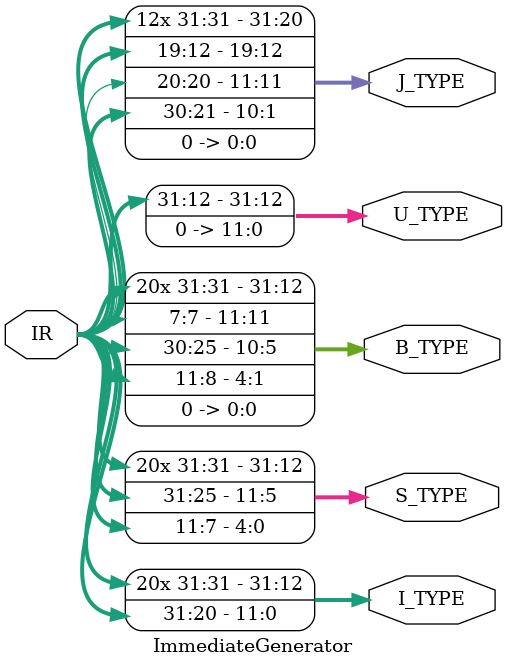
<source format=sv>
`timescale 1ns / 1ps

module ImmediateGenerator(
    input logic [31:0] IR,
    output logic [31:0] I_TYPE,
    output logic [31:0] S_TYPE,
    output logic [31:0] B_TYPE,
    output logic [31:0] U_TYPE,
    output logic [31:0] J_TYPE
    );
    
    //Assign each immediate value. 
    assign I_TYPE = {{21{IR[31]}}, IR[30:20]};
    assign S_TYPE = {{21{IR[31]}},IR[30:25],IR[11:7]};
    assign B_TYPE = {{20{IR[31]}},IR[7],IR[30:25],IR[11:8],1'b0};
    assign U_TYPE = {IR[31:12], 12'b0};
    assign J_TYPE = {{12{IR[31]}},IR[19:12],IR[20],IR[30:21],1'b0};
    
endmodule

</source>
